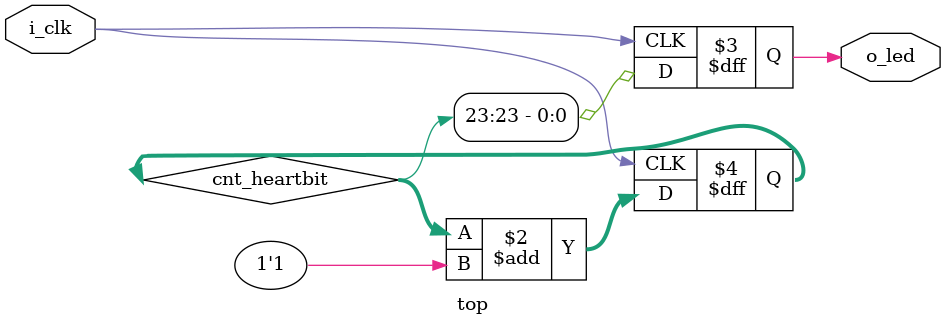
<source format=sv>

module top (
  input  logic     i_clk ,
  output logic     o_led
);

  //------------------------------------------------------------------------------------------------
  //
  //------------------------------------------------------------------------------------------------

  logic [23:0] cnt_heartbit;

  always_ff @(posedge i_clk) begin
    cnt_heartbit <= cnt_heartbit + 1'b1;
    o_led <= cnt_heartbit[$high(cnt_heartbit)];
  end

endmodule

</source>
